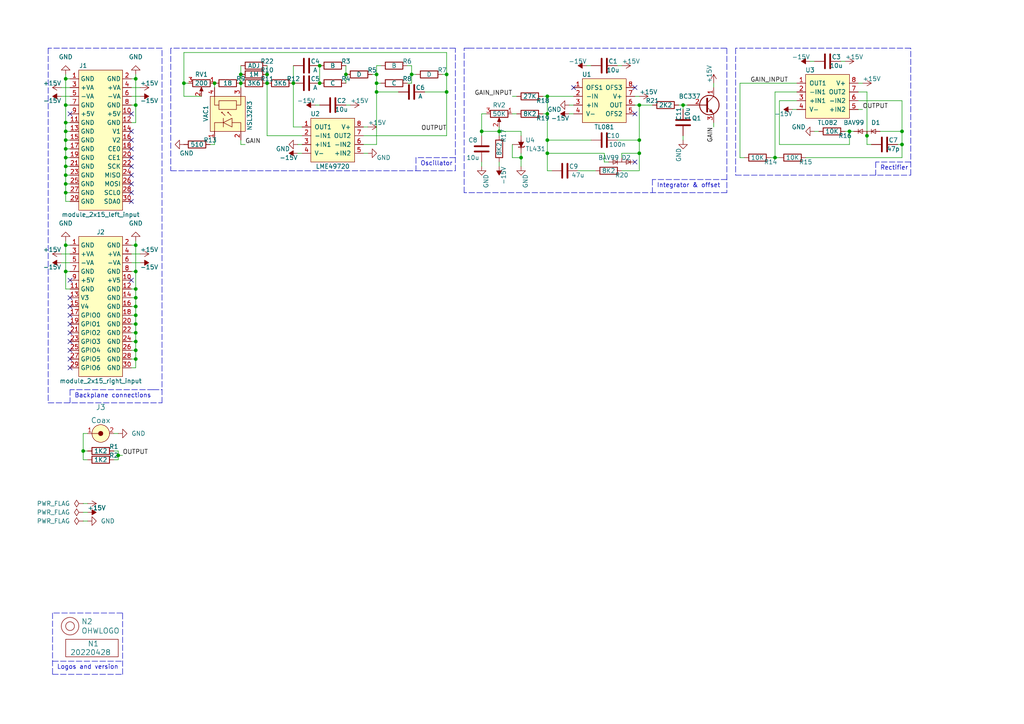
<source format=kicad_sch>
(kicad_sch (version 20211123) (generator eeschema)
  (paper "A4")
  (lib_symbols
    (symbol "Device:C" (pin_numbers hide) (pin_names (offset 0.254))
      (property "Reference" "C" (at 0.635 2.54 0))
      (property "Value" "C" (at 0.635 -2.54 0))
      (symbol "C_0_1"
        (polyline (pts (xy -2.032 -0.762) (xy 2.032 -0.762)) (stroke (width 0.508)))
        (polyline (pts (xy -2.032 0.762) (xy 2.032 0.762)) (stroke (width 0.508)))
      )
      (symbol "C_1_1"
        (pin passive line (at 0 3.81 270) (length 2.794) (name "~") (number "1"))
        (pin passive line (at 0 -3.81 90) (length 2.794) (name "~") (number "2"))
      )
    )
    (symbol "Device:Q_NPN_CBE" (pin_names (offset 0) hide)
      (property "Reference" "Q" (at 5.08 1.27 0))
      (property "Value" "Q_NPN_CBE" (at 5.08 -1.27 0))
      (symbol "Q_NPN_CBE_0_1"
        (polyline (pts (xy 0.635 0.635) (xy 2.54 2.54)))
        (polyline (pts (xy 0.635 -0.635) (xy 2.54 -2.54) (xy 2.54 -2.54)))
        (polyline (pts (xy 0.635 1.905) (xy 0.635 -1.905) (xy 0.635 -1.905)) (stroke (width 0.508)))
        (polyline (pts (xy 1.27 -1.778) (xy 1.778 -1.27) (xy 2.286 -2.286) (xy 1.27 -1.778) (xy 1.27 -1.778)) (fill (type outline)))
        (circle (center 1.27 0) (radius 2.8194) (stroke (width 0.254)))
      )
      (symbol "Q_NPN_CBE_1_1"
        (pin passive line (at 2.54 5.08 270) (length 2.54) (name "C") (number "1"))
        (pin input line (at -5.08 0 0) (length 5.715) (name "B") (number "2"))
        (pin passive line (at 2.54 -5.08 90) (length 2.54) (name "E") (number "3"))
      )
    )
    (symbol "Device:R" (pin_numbers hide) (pin_names (offset 0))
      (property "Reference" "R" (at 2.032 0 90))
      (property "Value" "R" (at 0 0 90))
      (symbol "R_0_1"
        (rectangle (start -1.016 -2.54) (end 1.016 2.54) (stroke (width 0.254)))
      )
      (symbol "R_1_1"
        (pin passive line (at 0 3.81 270) (length 1.27) (name "~") (number "1"))
        (pin passive line (at 0 -3.81 90) (length 1.27) (name "~") (number "2"))
      )
    )
    (symbol "Device:R_Potentiometer" (pin_names (offset 1.016) hide)
      (property "Reference" "RV" (at -4.445 0 90))
      (property "Value" "R_Potentiometer" (at -2.54 0 90))
      (symbol "R_Potentiometer_0_1"
        (polyline (pts (xy 2.54 0) (xy 1.524 0)))
        (polyline (pts (xy 1.143 0) (xy 2.286 0.508) (xy 2.286 -0.508) (xy 1.143 0)) (fill (type outline)))
        (rectangle (start 1.016 2.54) (end -1.016 -2.54) (stroke (width 0.254)))
      )
      (symbol "R_Potentiometer_1_1"
        (pin passive line (at 0 3.81 270) (length 1.27) (name "1") (number "1"))
        (pin passive line (at 3.81 0 180) (length 1.27) (name "2") (number "2"))
        (pin passive line (at 0 -3.81 90) (length 1.27) (name "3") (number "3"))
      )
    )
    (symbol "Reference_Voltage:TL431LP" (pin_numbers hide) (pin_names hide)
      (property "Reference" "U" (at -2.54 2.54 0))
      (property "Value" "TL431LP" (at 0 -2.54 0))
      (symbol "TL431LP_0_1"
        (polyline (pts (xy -1.27 0) (xy 0 0) (xy 1.27 0)))
        (polyline (pts (xy -0.762 0.762) (xy 0.762 0) (xy -0.762 -0.762)) (fill (type outline)))
        (polyline (pts (xy 0.508 -1.016) (xy 0.762 -0.762) (xy 0.762 0.762) (xy 0.762 0.762)) (stroke (width 0.254)))
      )
      (symbol "TL431LP_1_1"
        (pin passive line (at 0 2.54 270) (length 2.54) (name "REF") (number "1"))
        (pin passive line (at -2.54 0 0) (length 2.54) (name "A") (number "2"))
        (pin passive line (at 2.54 0 180) (length 2.54) (name "K") (number "3"))
      )
    )
    (symbol "SquantorConnectors:Coax" (pin_names (offset 1.016))
      (property "Reference" "J" (at 0 3.81 0))
      (property "Value" "Coax" (at 0 -3.81 0))
      (symbol "Coax_0_1"
        (polyline (pts (xy -2.54 0) (xy 0 0)))
        (circle (center 0 0) (radius 0.635) (fill (type outline)))
        (circle (center 0 0) (radius 2.54) (fill (type background)))
      )
      (symbol "Coax_1_1"
        (pin passive line (at -3.81 0 0) (length 1.27) (name "~") (number "1"))
        (pin passive line (at 3.81 0 180) (length 1.27) (name "~") (number "2"))
      )
    )
    (symbol "SquantorConnectorsNamed:module_2x15_left_input"
      (property "Reference" "J" (at 0 21.59 0))
      (property "Value" "module_2x15_left_input" (at 0 -21.59 0))
      (symbol "module_2x15_left_input_0_1"
        (rectangle (start -6.35 20.32) (end 6.35 -20.32) (fill (type background)))
      )
      (symbol "module_2x15_left_input_1_1"
        (pin power_in line (at -8.89 17.78 0) (length 2.54) (name "GND") (number "1"))
        (pin power_in line (at 8.89 7.62 180) (length 2.54) (name "+5V") (number "10"))
        (pin power_in line (at -8.89 5.08 0) (length 2.54) (name "GND") (number "11"))
        (pin power_in line (at 8.89 5.08 180) (length 2.54) (name "GND") (number "12"))
        (pin power_in line (at -8.89 2.54 0) (length 2.54) (name "GND") (number "13"))
        (pin power_in line (at 8.89 2.54 180) (length 2.54) (name "V1") (number "14"))
        (pin power_in line (at -8.89 0 0) (length 2.54) (name "GND") (number "15"))
        (pin power_in line (at 8.89 0 180) (length 2.54) (name "V2") (number "16"))
        (pin power_in line (at -8.89 -2.54 0) (length 2.54) (name "GND") (number "17"))
        (pin input line (at 8.89 -2.54 180) (length 2.54) (name "CE0") (number "18"))
        (pin power_in line (at -8.89 -5.08 0) (length 2.54) (name "GND") (number "19"))
        (pin power_in line (at 8.89 17.78 180) (length 2.54) (name "GND") (number "2"))
        (pin input line (at 8.89 -5.08 180) (length 2.54) (name "CE1") (number "20"))
        (pin power_in line (at -8.89 -7.62 0) (length 2.54) (name "GND") (number "21"))
        (pin input line (at 8.89 -7.62 180) (length 2.54) (name "SCK") (number "22"))
        (pin power_in line (at -8.89 -10.16 0) (length 2.54) (name "GND") (number "23"))
        (pin bidirectional line (at 8.89 -10.16 180) (length 2.54) (name "MISO") (number "24"))
        (pin power_in line (at -8.89 -12.7 0) (length 2.54) (name "GND") (number "25"))
        (pin input line (at 8.89 -12.7 180) (length 2.54) (name "MOSI") (number "26"))
        (pin power_in line (at -8.89 -15.24 0) (length 2.54) (name "GND") (number "27"))
        (pin bidirectional line (at 8.89 -15.24 180) (length 2.54) (name "SCL0") (number "28"))
        (pin power_in line (at -8.89 -17.78 0) (length 2.54) (name "GND") (number "29"))
        (pin power_in line (at -8.89 15.24 0) (length 2.54) (name "+VA") (number "3"))
        (pin bidirectional line (at 8.89 -17.78 180) (length 2.54) (name "SDA0") (number "30"))
        (pin power_in line (at 8.89 15.24 180) (length 2.54) (name "+VA") (number "4"))
        (pin power_in line (at -8.89 12.7 0) (length 2.54) (name "-VA") (number "5"))
        (pin power_in line (at 8.89 12.7 180) (length 2.54) (name "-VA") (number "6"))
        (pin power_in line (at -8.89 10.16 0) (length 2.54) (name "GND") (number "7"))
        (pin power_in line (at 8.89 10.16 180) (length 2.54) (name "GND") (number "8"))
        (pin power_in line (at -8.89 7.62 0) (length 2.54) (name "+5V") (number "9"))
      )
    )
    (symbol "SquantorConnectorsNamed:module_2x15_right_input"
      (property "Reference" "J" (at 0 19.05 0))
      (property "Value" "module_2x15_right_input" (at 0 -24.13 0))
      (symbol "module_2x15_right_input_0_1"
        (rectangle (start -6.35 17.78) (end 6.35 -22.86) (fill (type background)))
      )
      (symbol "module_2x15_right_input_1_1"
        (pin power_in line (at -8.89 15.24 0) (length 2.54) (name "GND") (number "1"))
        (pin power_in line (at 8.89 5.08 180) (length 2.54) (name "+V5") (number "10"))
        (pin power_in line (at -8.89 2.54 0) (length 2.54) (name "GND") (number "11"))
        (pin power_in line (at 8.89 2.54 180) (length 2.54) (name "GND") (number "12"))
        (pin power_in line (at -8.89 0 0) (length 2.54) (name "V3") (number "13"))
        (pin power_in line (at 8.89 0 180) (length 2.54) (name "GND") (number "14"))
        (pin power_in line (at -8.89 -2.54 0) (length 2.54) (name "V4") (number "15"))
        (pin power_in line (at 8.89 -2.54 180) (length 2.54) (name "GND") (number "16"))
        (pin bidirectional line (at -8.89 -5.08 0) (length 2.54) (name "GPIO0") (number "17"))
        (pin power_in line (at 8.89 -5.08 180) (length 2.54) (name "GND") (number "18"))
        (pin bidirectional line (at -8.89 -7.62 0) (length 2.54) (name "GPIO1") (number "19"))
        (pin power_in line (at 8.89 15.24 180) (length 2.54) (name "GND") (number "2"))
        (pin power_in line (at 8.89 -7.62 180) (length 2.54) (name "GND") (number "20"))
        (pin bidirectional line (at -8.89 -10.16 0) (length 2.54) (name "GPIO2") (number "21"))
        (pin power_in line (at 8.89 -10.16 180) (length 2.54) (name "GND") (number "22"))
        (pin bidirectional line (at -8.89 -12.7 0) (length 2.54) (name "GPIO3") (number "23"))
        (pin power_in line (at 8.89 -12.7 180) (length 2.54) (name "GND") (number "24"))
        (pin bidirectional line (at -8.89 -15.24 0) (length 2.54) (name "GPIO4") (number "25"))
        (pin power_in line (at 8.89 -15.24 180) (length 2.54) (name "GND") (number "26"))
        (pin bidirectional line (at -8.89 -17.78 0) (length 2.54) (name "GPIO5") (number "27"))
        (pin power_in line (at 8.89 -17.78 180) (length 2.54) (name "GND") (number "28"))
        (pin bidirectional line (at -8.89 -20.32 0) (length 2.54) (name "GPIO6") (number "29"))
        (pin power_in line (at -8.89 12.7 0) (length 2.54) (name "+VA") (number "3"))
        (pin power_in line (at 8.89 -20.32 180) (length 2.54) (name "GND") (number "30"))
        (pin power_in line (at 8.89 12.7 180) (length 2.54) (name "+VA") (number "4"))
        (pin power_in line (at -8.89 10.16 0) (length 2.54) (name "-VA") (number "5"))
        (pin power_in line (at 8.89 10.16 180) (length 2.54) (name "-VA") (number "6"))
        (pin power_in line (at -8.89 7.62 0) (length 2.54) (name "GND") (number "7"))
        (pin power_in line (at 8.89 7.62 180) (length 2.54) (name "GND") (number "8"))
        (pin power_in line (at -8.89 5.08 0) (length 2.54) (name "+5V") (number "9"))
      )
    )
    (symbol "SquantorDevice:D_series_ASK" (pin_numbers hide) (pin_names hide)
      (property "Reference" "D" (at 0 2.54 0))
      (property "Value" "D_series_ASK" (at 0 -3.175 0))
      (symbol "D_series_ASK_0_1"
        (polyline (pts (xy -1.27 0.635) (xy -1.27 -0.635)))
        (polyline (pts (xy 2.54 0.635) (xy 2.54 -0.635)))
        (polyline (pts (xy -2.54 0) (xy 0 0) (xy 2.54 0)))
        (polyline (pts (xy -1.27 0) (xy -2.54 0.635) (xy -2.54 -0.635) (xy -1.27 0)))
        (polyline (pts (xy 2.54 0) (xy 1.27 0.635) (xy 1.27 -0.635) (xy 2.54 0)))
      )
      (symbol "D_series_ASK_1_1"
        (pin passive line (at -3.81 0 0) (length 1.27) (name "A1") (number "1"))
        (pin passive line (at 3.81 0 180) (length 1.27) (name "K2") (number "2"))
        (pin passive line (at 0 -1.27 90) (length 1.27) (name "K1A2") (number "3"))
      )
    )
    (symbol "SquantorDevice:Vactrol" (pin_names hide)
      (property "Reference" "VAC" (at 0 8.89 0))
      (property "Value" "Vactrol" (at 0 -8.89 0))
      (symbol "Vactrol_0_1"
        (rectangle (start -5.08 5.08) (end 5.08 -5.08) (fill (type background)))
        (polyline (pts (xy -3.81 1.27) (xy -1.27 1.27)))
        (polyline (pts (xy -5.08 -3.81) (xy -2.54 -3.81) (xy -2.54 -1.27)))
        (polyline (pts (xy -5.08 3.81) (xy -2.54 3.81) (xy -2.54 1.27)))
        (polyline (pts (xy 5.08 -3.81) (xy 2.54 -3.81) (xy 2.54 -2.54)))
        (polyline (pts (xy 5.08 3.81) (xy 2.54 3.81) (xy 2.54 2.54)))
        (polyline (pts (xy -2.54 1.27) (xy -3.81 -1.27) (xy -1.27 -1.27) (xy -2.54 1.27)))
        (polyline (pts (xy -0.508 -1.016) (xy 0.508 0) (xy 0.508 -0.254) (xy 0.254 0) (xy 0.508 0)))
        (polyline (pts (xy -0.508 0.762) (xy 0.508 1.778) (xy 0.508 1.524) (xy 0.254 1.778) (xy 0.508 1.778)))
        (polyline (pts (xy 1.27 2.54) (xy 3.81 2.54) (xy 3.81 -2.54) (xy 1.27 -2.54) (xy 1.27 2.54)))
      )
      (symbol "Vactrol_1_1"
        (pin passive line (at -7.62 3.81 0) (length 2.54) (name "C") (number "1"))
        (pin passive line (at -7.62 -3.81 0) (length 2.54) (name "A") (number "2"))
        (pin passive line (at 7.62 -3.81 180) (length 2.54) (name "R") (number "3"))
        (pin passive line (at 7.62 3.81 180) (length 2.54) (name "R") (number "4"))
      )
    )
    (symbol "SquantorGenericAnalog:opamp_dual_8pin" (pin_names (offset 1.016))
      (property "Reference" "U" (at 0 7.62 0))
      (property "Value" "opamp_dual_8pin" (at 0 -7.62 0))
      (symbol "opamp_dual_8pin_0_1"
        (rectangle (start -6.35 6.35) (end 6.35 -6.35) (fill (type background)))
      )
      (symbol "opamp_dual_8pin_1_1"
        (pin output line (at -8.89 3.81 0) (length 2.54) (name "OUT1") (number "1"))
        (pin input line (at -8.89 1.27 0) (length 2.54) (name "-IN1") (number "2"))
        (pin input line (at -8.89 -1.27 0) (length 2.54) (name "+IN1") (number "3"))
        (pin power_in line (at -8.89 -3.81 0) (length 2.54) (name "V-") (number "4"))
        (pin input line (at 8.89 -3.81 180) (length 2.54) (name "+IN2") (number "5"))
        (pin input line (at 8.89 -1.27 180) (length 2.54) (name "-IN2") (number "6"))
        (pin output line (at 8.89 1.27 180) (length 2.54) (name "OUT2") (number "7"))
        (pin power_in line (at 8.89 3.81 180) (length 2.54) (name "V+") (number "8"))
      )
    )
    (symbol "SquantorGenericAnalog:opamp_single_8pin" (pin_names (offset 1.016))
      (property "Reference" "U" (at 0 7.62 0))
      (property "Value" "opamp_single_8pin" (at 0 -7.62 0))
      (symbol "opamp_single_8pin_0_1"
        (rectangle (start -6.35 6.35) (end 6.35 -6.35) (fill (type background)))
      )
      (symbol "opamp_single_8pin_1_1"
        (pin input line (at -8.89 3.81 0) (length 2.54) (name "OFS1") (number "1"))
        (pin input line (at -8.89 1.27 0) (length 2.54) (name "-IN") (number "2"))
        (pin input line (at -8.89 -1.27 0) (length 2.54) (name "+IN") (number "3"))
        (pin power_in line (at -8.89 -3.81 0) (length 2.54) (name "V-") (number "4"))
        (pin input line (at 8.89 -3.81 180) (length 2.54) (name "OFS2") (number "5"))
        (pin output line (at 8.89 -1.27 180) (length 2.54) (name "OUT") (number "6"))
        (pin power_in line (at 8.89 1.27 180) (length 2.54) (name "V+") (number "7"))
        (pin input line (at 8.89 3.81 180) (length 2.54) (name "OFS3") (number "8"))
      )
    )
    (symbol "SquantorLabels:OHWLOGO" (pin_names (offset 1.016))
      (property "Reference" "N" (at 0 3.81 0))
      (property "Value" "OHWLOGO" (at 0 -3.81 0))
      (symbol "OHWLOGO_0_1"
        (circle (center 0 0) (radius 1.27))
        (circle (center 0 0) (radius 2.54))
      )
    )
    (symbol "SquantorLabels:VYYYYMMDD" (pin_names (offset 1.016))
      (property "Reference" "N" (at 0 2.54 0))
      (property "Value" "VYYYYMMDD" (at 0 0 0))
      (symbol "VYYYYMMDD_0_1"
        (rectangle (start 7.62 -1.27) (end -7.62 3.81))
      )
    )
    (symbol "power:+15V" (power) (pin_names (offset 0))
      (property "Value" "+15V" (at 0 3.556 0))
      (symbol "+15V_0_1"
        (polyline (pts (xy -0.762 1.27) (xy 0 2.54)))
        (polyline (pts (xy 0 0) (xy 0 2.54)))
        (polyline (pts (xy 0 2.54) (xy 0.762 1.27)))
      )
      (symbol "+15V_1_1"
        (pin power_in line (at 0 0 90) (length 0) hide (name "+15V") (number "1"))
      )
    )
    (symbol "power:-15V" (power) (pin_names (offset 0))
      (property "Value" "-15V" (at 0 3.81 0))
      (symbol "-15V_0_0"
        (pin power_in line (at 0 0 90) (length 0) hide (name "-15V") (number "1"))
      )
      (symbol "-15V_0_1"
        (polyline (pts (xy 0 0) (xy 0 1.27) (xy 0.762 1.27) (xy 0 2.54) (xy -0.762 1.27) (xy 0 1.27)) (fill (type outline)))
      )
    )
    (symbol "power:GND" (power) (pin_names (offset 0))
      (property "Value" "GND" (at 0 -3.81 0))
      (symbol "GND_0_1"
        (polyline (pts (xy 0 0) (xy 0 -1.27) (xy 1.27 -1.27) (xy 0 -2.54) (xy -1.27 -1.27) (xy 0 -1.27)))
      )
      (symbol "GND_1_1"
        (pin power_in line (at 0 0 270) (length 0) hide (name "GND") (number "1"))
      )
    )
    (symbol "power:PWR_FLAG" (power) (pin_numbers hide) (pin_names (offset 0) hide)
      (property "Value" "PWR_FLAG" (at 0 3.81 0))
      (symbol "PWR_FLAG_0_0"
        (pin power_out line (at 0 0 90) (length 0) (name "pwr") (number "1"))
      )
      (symbol "PWR_FLAG_0_1"
        (polyline (pts (xy 0 0) (xy 0 1.27) (xy -1.016 1.905) (xy 0 2.54) (xy 1.016 1.905) (xy 0 1.27)))
      )
    )
  )
  (junction (at 19.05 71.12))
  (junction (at 19.05 38.1))
  (junction (at 261.62 41.91))
  (junction (at 53.34 24.13))
  (junction (at 77.47 21.59))
  (junction (at 39.37 101.6))
  (junction (at 69.85 21.59))
  (junction (at 92.71 24.13))
  (junction (at 129.54 26.67))
  (junction (at 19.05 48.26))
  (junction (at 19.05 55.88))
  (junction (at 158.75 44.45))
  (junction (at 158.75 27.94))
  (junction (at 39.37 91.44))
  (junction (at 39.37 22.86))
  (junction (at 246.38 38.1))
  (junction (at 19.05 35.56))
  (junction (at 39.37 88.9))
  (junction (at 139.7 38.1))
  (junction (at 261.62 38.1))
  (junction (at 158.75 40.64))
  (junction (at 129.54 21.59))
  (junction (at 19.05 40.64))
  (junction (at 39.37 104.14))
  (junction (at 85.09 24.13))
  (junction (at 24.13 130.81))
  (junction (at 19.05 53.34))
  (junction (at 69.85 24.13))
  (junction (at 109.22 26.67))
  (junction (at 19.05 78.74))
  (junction (at 119.38 21.59))
  (junction (at 39.37 96.52))
  (junction (at 39.37 86.36))
  (junction (at 151.13 45.72))
  (junction (at 198.12 30.48))
  (junction (at 185.42 44.45))
  (junction (at 224.79 45.72))
  (junction (at 109.22 21.59))
  (junction (at 77.47 24.13))
  (junction (at 158.75 33.02))
  (junction (at 144.78 38.1))
  (junction (at 19.05 50.8))
  (junction (at 251.46 39.37))
  (junction (at 39.37 30.48))
  (junction (at 185.42 40.64))
  (junction (at 92.71 19.05))
  (junction (at 19.05 43.18))
  (junction (at 185.42 30.48))
  (junction (at 19.05 30.48))
  (junction (at 19.05 45.72))
  (junction (at 39.37 71.12))
  (junction (at 109.22 24.13))
  (junction (at 39.37 99.06))
  (junction (at 19.05 22.86))
  (junction (at 39.37 93.98))
  (junction (at 34.29 132.08))
  (junction (at 62.23 24.13))
  (junction (at 39.37 78.74))
  (junction (at 100.33 21.59))
  (junction (at 39.37 83.82))
  (no_connect (at 184.15 33.02))
  (no_connect (at 184.15 25.4))
  (no_connect (at 20.32 104.14))
  (no_connect (at 38.1 40.64))
  (no_connect (at 38.1 33.02))
  (no_connect (at 166.37 25.4))
  (no_connect (at 20.32 81.28))
  (no_connect (at 38.1 48.26))
  (no_connect (at 20.32 96.52))
  (no_connect (at 38.1 58.42))
  (no_connect (at 38.1 38.1))
  (no_connect (at 20.32 93.98))
  (no_connect (at 38.1 50.8))
  (no_connect (at 20.32 86.36))
  (no_connect (at 20.32 88.9))
  (no_connect (at 38.1 45.72))
  (no_connect (at 184.15 46.99))
  (no_connect (at 20.32 91.44))
  (no_connect (at 38.1 53.34))
  (no_connect (at 20.32 33.02))
  (no_connect (at 38.1 81.28))
  (no_connect (at 20.32 99.06))
  (no_connect (at 20.32 101.6))
  (no_connect (at 20.32 106.68))
  (no_connect (at 38.1 55.88))
  (no_connect (at 38.1 43.18))
  (wire (pts (xy 245.11 38.1) (xy 246.38 38.1)))
  (polyline (pts (xy 20.32 113.03) (xy 20.32 116.84)))
  (wire (pts (xy 246.38 38.1) (xy 247.65 38.1)))
  (wire (pts (xy 19.05 53.34) (xy 19.05 55.88)))
  (wire (pts (xy 53.34 15.24) (xy 53.34 24.13)))
  (polyline (pts (xy 210.82 55.88) (xy 134.62 55.88)))
  (wire (pts (xy 19.05 35.56) (xy 19.05 38.1)))
  (wire (pts (xy 19.05 45.72) (xy 20.32 45.72)))
  (wire (pts (xy 19.05 30.48) (xy 20.32 30.48)))
  (wire (pts (xy 100.33 21.59) (xy 100.33 24.13)))
  (wire (pts (xy 110.49 19.05) (xy 109.22 19.05)))
  (wire (pts (xy 185.42 40.64) (xy 179.07 40.64)))
  (wire (pts (xy 17.78 73.66) (xy 20.32 73.66)))
  (wire (pts (xy 85.09 36.83) (xy 85.09 24.13)))
  (wire (pts (xy 158.75 33.02) (xy 158.75 40.64)))
  (wire (pts (xy 19.05 43.18) (xy 20.32 43.18)))
  (wire (pts (xy 234.95 17.78) (xy 236.22 17.78)))
  (wire (pts (xy 226.06 29.21) (xy 231.14 29.21)))
  (wire (pts (xy 87.63 39.37) (xy 77.47 39.37)))
  (wire (pts (xy 170.18 19.05) (xy 171.45 19.05)))
  (wire (pts (xy 19.05 55.88) (xy 20.32 55.88)))
  (wire (pts (xy 19.05 22.86) (xy 19.05 30.48)))
  (wire (pts (xy 229.87 31.75) (xy 231.14 31.75)))
  (wire (pts (xy 255.27 38.1) (xy 261.62 38.1)))
  (wire (pts (xy 139.7 33.02) (xy 139.7 38.1)))
  (wire (pts (xy 87.63 36.83) (xy 85.09 36.83)))
  (polyline (pts (xy 132.08 49.53) (xy 132.08 13.97)))
  (wire (pts (xy 77.47 39.37) (xy 77.47 24.13)))
  (wire (pts (xy 151.13 39.37) (xy 151.13 38.1)))
  (wire (pts (xy 69.85 41.91) (xy 71.12 41.91)))
  (wire (pts (xy 167.64 49.53) (xy 172.72 49.53)))
  (wire (pts (xy 53.34 27.94) (xy 53.34 24.13)))
  (wire (pts (xy 77.47 21.59) (xy 77.47 24.13)))
  (wire (pts (xy 39.37 71.12) (xy 39.37 69.85)))
  (wire (pts (xy 19.05 45.72) (xy 19.05 48.26)))
  (wire (pts (xy 39.37 88.9) (xy 39.37 86.36)))
  (wire (pts (xy 105.41 36.83) (xy 106.68 36.83)))
  (wire (pts (xy 248.92 24.13) (xy 250.19 24.13)))
  (wire (pts (xy 34.29 132.08) (xy 34.29 133.35)))
  (wire (pts (xy 62.23 24.13) (xy 62.23 25.4)))
  (polyline (pts (xy 15.24 177.8) (xy 15.24 195.58)))
  (wire (pts (xy 38.1 27.94) (xy 40.64 27.94)))
  (wire (pts (xy 140.97 33.02) (xy 139.7 33.02)))
  (wire (pts (xy 236.22 38.1) (xy 237.49 38.1)))
  (polyline (pts (xy 35.56 177.8) (xy 15.24 177.8)))
  (wire (pts (xy 151.13 45.72) (xy 148.59 45.72)))
  (wire (pts (xy 105.41 44.45) (xy 106.68 44.45)))
  (wire (pts (xy 128.27 21.59) (xy 129.54 21.59)))
  (wire (pts (xy 119.38 21.59) (xy 119.38 24.13)))
  (wire (pts (xy 198.12 30.48) (xy 198.12 31.75)))
  (wire (pts (xy 144.78 46.99) (xy 144.78 48.26)))
  (wire (pts (xy 19.05 21.59) (xy 19.05 22.86)))
  (polyline (pts (xy 49.53 13.97) (xy 49.53 49.53)))
  (wire (pts (xy 184.15 30.48) (xy 185.42 30.48)))
  (wire (pts (xy 39.37 91.44) (xy 39.37 88.9)))
  (wire (pts (xy 231.14 24.13) (xy 214.63 24.13)))
  (wire (pts (xy 144.78 38.1) (xy 151.13 38.1)))
  (wire (pts (xy 180.34 44.45) (xy 180.34 45.72)))
  (wire (pts (xy 248.92 31.75) (xy 250.19 31.75)))
  (wire (pts (xy 231.14 26.67) (xy 224.79 26.67)))
  (wire (pts (xy 85.09 24.13) (xy 85.09 19.05)))
  (wire (pts (xy 165.1 33.02) (xy 166.37 33.02)))
  (wire (pts (xy 148.59 33.02) (xy 149.86 33.02)))
  (wire (pts (xy 214.63 45.72) (xy 215.9 45.72)))
  (wire (pts (xy 176.53 46.99) (xy 175.26 46.99)))
  (wire (pts (xy 33.02 133.35) (xy 34.29 133.35)))
  (polyline (pts (xy 264.16 13.97) (xy 213.36 13.97)))
  (wire (pts (xy 100.33 19.05) (xy 100.33 21.59)))
  (polyline (pts (xy 46.99 116.84) (xy 46.99 13.97)))
  (wire (pts (xy 105.41 39.37) (xy 129.54 39.37)))
  (wire (pts (xy 69.85 24.13) (xy 69.85 25.4)))
  (polyline (pts (xy 264.16 46.99) (xy 254 46.99)))
  (wire (pts (xy 19.05 38.1) (xy 19.05 40.64)))
  (wire (pts (xy 92.71 24.13) (xy 92.71 19.05)))
  (wire (pts (xy 199.39 30.48) (xy 198.12 30.48)))
  (wire (pts (xy 123.19 26.67) (xy 129.54 26.67)))
  (wire (pts (xy 151.13 44.45) (xy 151.13 45.72)))
  (wire (pts (xy 17.78 27.94) (xy 20.32 27.94)))
  (wire (pts (xy 39.37 22.86) (xy 38.1 22.86)))
  (wire (pts (xy 185.42 40.64) (xy 185.42 44.45)))
  (wire (pts (xy 91.44 30.48) (xy 92.71 30.48)))
  (polyline (pts (xy 132.08 13.97) (xy 49.53 13.97)))
  (wire (pts (xy 19.05 50.8) (xy 19.05 53.34)))
  (wire (pts (xy 53.34 24.13) (xy 54.61 24.13)))
  (wire (pts (xy 243.84 17.78) (xy 245.11 17.78)))
  (wire (pts (xy 39.37 35.56) (xy 38.1 35.56)))
  (wire (pts (xy 58.42 27.94) (xy 53.34 27.94)))
  (wire (pts (xy 158.75 44.45) (xy 158.75 40.64)))
  (wire (pts (xy 39.37 106.68) (xy 39.37 104.14)))
  (wire (pts (xy 158.75 27.94) (xy 158.75 33.02)))
  (wire (pts (xy 158.75 49.53) (xy 158.75 44.45)))
  (wire (pts (xy 34.29 132.08) (xy 34.29 130.81)))
  (wire (pts (xy 151.13 45.72) (xy 151.13 48.26)))
  (wire (pts (xy 17.78 76.2) (xy 20.32 76.2)))
  (polyline (pts (xy 210.82 52.07) (xy 189.23 52.07)))
  (polyline (pts (xy 135.89 13.97) (xy 210.82 13.97)))
  (wire (pts (xy 129.54 26.67) (xy 129.54 21.59)))
  (wire (pts (xy 109.22 21.59) (xy 109.22 24.13)))
  (wire (pts (xy 224.79 26.67) (xy 224.79 45.72)))
  (wire (pts (xy 62.23 40.64) (xy 62.23 41.91)))
  (wire (pts (xy 119.38 21.59) (xy 120.65 21.59)))
  (wire (pts (xy 185.42 49.53) (xy 180.34 49.53)))
  (polyline (pts (xy 13.97 116.84) (xy 46.99 116.84)))
  (wire (pts (xy 157.48 33.02) (xy 158.75 33.02)))
  (wire (pts (xy 19.05 43.18) (xy 19.05 45.72)))
  (polyline (pts (xy 120.65 45.72) (xy 120.65 49.53)))
  (wire (pts (xy 261.62 41.91) (xy 261.62 45.72)))
  (wire (pts (xy 24.13 151.13) (xy 25.4 151.13)))
  (wire (pts (xy 185.42 30.48) (xy 189.23 30.48)))
  (wire (pts (xy 39.37 30.48) (xy 39.37 35.56)))
  (wire (pts (xy 19.05 38.1) (xy 20.32 38.1)))
  (wire (pts (xy 109.22 19.05) (xy 109.22 21.59)))
  (wire (pts (xy 24.13 133.35) (xy 25.4 133.35)))
  (wire (pts (xy 38.1 106.68) (xy 39.37 106.68)))
  (wire (pts (xy 19.05 58.42) (xy 20.32 58.42)))
  (wire (pts (xy 38.1 104.14) (xy 39.37 104.14)))
  (wire (pts (xy 19.05 71.12) (xy 19.05 69.85)))
  (wire (pts (xy 38.1 86.36) (xy 39.37 86.36)))
  (wire (pts (xy 38.1 73.66) (xy 40.64 73.66)))
  (wire (pts (xy 248.92 29.21) (xy 261.62 29.21)))
  (wire (pts (xy 119.38 19.05) (xy 119.38 21.59)))
  (wire (pts (xy 39.37 21.59) (xy 39.37 22.86)))
  (wire (pts (xy 19.05 48.26) (xy 19.05 50.8)))
  (wire (pts (xy 148.59 45.72) (xy 148.59 41.91)))
  (wire (pts (xy 19.05 35.56) (xy 20.32 35.56)))
  (wire (pts (xy 19.05 48.26) (xy 20.32 48.26)))
  (wire (pts (xy 165.1 30.48) (xy 166.37 30.48)))
  (polyline (pts (xy 44.45 113.03) (xy 46.99 113.03)))
  (wire (pts (xy 62.23 41.91) (xy 60.96 41.91)))
  (wire (pts (xy 144.78 38.1) (xy 144.78 39.37)))
  (wire (pts (xy 19.05 50.8) (xy 20.32 50.8)))
  (wire (pts (xy 109.22 41.91) (xy 105.41 41.91)))
  (wire (pts (xy 118.11 24.13) (xy 119.38 24.13)))
  (wire (pts (xy 19.05 30.48) (xy 19.05 35.56)))
  (wire (pts (xy 251.46 26.67) (xy 251.46 39.37)))
  (polyline (pts (xy 134.62 55.88) (xy 134.62 13.97)))
  (wire (pts (xy 24.13 125.73) (xy 24.13 130.81)))
  (wire (pts (xy 246.38 38.1) (xy 246.38 41.91)))
  (wire (pts (xy 39.37 101.6) (xy 39.37 99.06)))
  (wire (pts (xy 261.62 29.21) (xy 261.62 38.1)))
  (wire (pts (xy 129.54 39.37) (xy 129.54 26.67)))
  (wire (pts (xy 17.78 25.4) (xy 20.32 25.4)))
  (polyline (pts (xy 189.23 52.07) (xy 189.23 55.88)))
  (polyline (pts (xy 44.45 113.03) (xy 20.32 113.03)))
  (wire (pts (xy 38.1 83.82) (xy 39.37 83.82)))
  (wire (pts (xy 35.56 132.08) (xy 34.29 132.08)))
  (wire (pts (xy 19.05 53.34) (xy 20.32 53.34)))
  (wire (pts (xy 39.37 78.74) (xy 39.37 71.12)))
  (wire (pts (xy 185.42 30.48) (xy 185.42 40.64)))
  (wire (pts (xy 184.15 27.94) (xy 185.42 27.94)))
  (wire (pts (xy 38.1 96.52) (xy 39.37 96.52)))
  (wire (pts (xy 86.36 44.45) (xy 87.63 44.45)))
  (wire (pts (xy 198.12 39.37) (xy 198.12 40.64)))
  (wire (pts (xy 214.63 24.13) (xy 214.63 45.72)))
  (wire (pts (xy 19.05 40.64) (xy 19.05 43.18)))
  (wire (pts (xy 69.85 40.64) (xy 69.85 41.91)))
  (wire (pts (xy 109.22 24.13) (xy 110.49 24.13)))
  (wire (pts (xy 39.37 30.48) (xy 38.1 30.48)))
  (wire (pts (xy 185.42 44.45) (xy 180.34 44.45)))
  (wire (pts (xy 207.01 24.13) (xy 207.01 25.4)))
  (wire (pts (xy 223.52 45.72) (xy 224.79 45.72)))
  (wire (pts (xy 109.22 26.67) (xy 109.22 41.91)))
  (wire (pts (xy 158.75 27.94) (xy 166.37 27.94)))
  (wire (pts (xy 24.13 148.59) (xy 25.4 148.59)))
  (wire (pts (xy 139.7 38.1) (xy 139.7 39.37)))
  (wire (pts (xy 100.33 30.48) (xy 101.6 30.48)))
  (wire (pts (xy 39.37 99.06) (xy 39.37 96.52)))
  (wire (pts (xy 175.26 46.99) (xy 175.26 44.45)))
  (wire (pts (xy 224.79 45.72) (xy 226.06 45.72)))
  (wire (pts (xy 24.13 130.81) (xy 25.4 130.81)))
  (polyline (pts (xy 35.56 195.58) (xy 35.56 177.8)))
  (wire (pts (xy 38.1 76.2) (xy 40.64 76.2)))
  (wire (pts (xy 233.68 45.72) (xy 261.62 45.72)))
  (wire (pts (xy 39.37 86.36) (xy 39.37 83.82)))
  (polyline (pts (xy 134.62 13.97) (xy 135.89 13.97)))
  (polyline (pts (xy 15.24 195.58) (xy 35.56 195.58)))
  (wire (pts (xy 251.46 39.37) (xy 251.46 41.91)))
  (wire (pts (xy 39.37 93.98) (xy 39.37 91.44)))
  (wire (pts (xy 38.1 78.74) (xy 39.37 78.74)))
  (polyline (pts (xy 13.97 13.97) (xy 13.97 116.84)))
  (polyline (pts (xy 264.16 50.8) (xy 264.16 13.97)))
  (polyline (pts (xy 213.36 13.97) (xy 213.36 50.8)))
  (wire (pts (xy 251.46 41.91) (xy 252.73 41.91)))
  (wire (pts (xy 160.02 49.53) (xy 158.75 49.53)))
  (wire (pts (xy 248.92 26.67) (xy 251.46 26.67)))
  (wire (pts (xy 109.22 26.67) (xy 109.22 24.13)))
  (wire (pts (xy 38.1 71.12) (xy 39.37 71.12)))
  (wire (pts (xy 34.29 130.81) (xy 33.02 130.81)))
  (wire (pts (xy 198.12 30.48) (xy 196.85 30.48)))
  (wire (pts (xy 39.37 96.52) (xy 39.37 93.98)))
  (wire (pts (xy 24.13 146.05) (xy 25.4 146.05)))
  (wire (pts (xy 86.36 41.91) (xy 87.63 41.91)))
  (wire (pts (xy 129.54 15.24) (xy 53.34 15.24)))
  (wire (pts (xy 144.78 36.83) (xy 144.78 38.1)))
  (wire (pts (xy 39.37 22.86) (xy 39.37 30.48)))
  (wire (pts (xy 175.26 44.45) (xy 158.75 44.45)))
  (wire (pts (xy 39.37 83.82) (xy 39.37 78.74)))
  (polyline (pts (xy 49.53 49.53) (xy 132.08 49.53)))
  (wire (pts (xy 246.38 41.91) (xy 226.06 41.91)))
  (wire (pts (xy 107.95 21.59) (xy 109.22 21.59)))
  (wire (pts (xy 38.1 91.44) (xy 39.37 91.44)))
  (wire (pts (xy 77.47 19.05) (xy 77.47 21.59)))
  (wire (pts (xy 19.05 83.82) (xy 19.05 78.74)))
  (wire (pts (xy 39.37 104.14) (xy 39.37 101.6)))
  (wire (pts (xy 33.02 125.73) (xy 34.29 125.73)))
  (polyline (pts (xy 254 46.99) (xy 254 50.8)))
  (wire (pts (xy 38.1 88.9) (xy 39.37 88.9)))
  (wire (pts (xy 19.05 55.88) (xy 19.05 58.42)))
  (polyline (pts (xy 132.08 45.72) (xy 120.65 45.72)))
  (wire (pts (xy 19.05 78.74) (xy 19.05 71.12)))
  (wire (pts (xy 179.07 19.05) (xy 180.34 19.05)))
  (wire (pts (xy 118.11 19.05) (xy 119.38 19.05)))
  (wire (pts (xy 20.32 78.74) (xy 19.05 78.74)))
  (wire (pts (xy 38.1 101.6) (xy 39.37 101.6)))
  (wire (pts (xy 226.06 41.91) (xy 226.06 29.21)))
  (wire (pts (xy 38.1 93.98) (xy 39.37 93.98)))
  (wire (pts (xy 19.05 22.86) (xy 20.32 22.86)))
  (wire (pts (xy 69.85 21.59) (xy 69.85 24.13)))
  (wire (pts (xy 25.4 125.73) (xy 24.13 125.73)))
  (wire (pts (xy 129.54 21.59) (xy 129.54 15.24)))
  (wire (pts (xy 139.7 46.99) (xy 139.7 48.26)))
  (wire (pts (xy 20.32 83.82) (xy 19.05 83.82)))
  (polyline (pts (xy 210.82 13.97) (xy 210.82 55.88)))
  (polyline (pts (xy 213.36 50.8) (xy 264.16 50.8)))
  (wire (pts (xy 38.1 99.06) (xy 39.37 99.06)))
  (wire (pts (xy 260.35 41.91) (xy 261.62 41.91)))
  (wire (pts (xy 20.32 71.12) (xy 19.05 71.12)))
  (wire (pts (xy 207.01 35.56) (xy 207.01 36.83)))
  (wire (pts (xy 19.05 40.64) (xy 20.32 40.64)))
  (wire (pts (xy 185.42 44.45) (xy 185.42 49.53)))
  (wire (pts (xy 157.48 27.94) (xy 158.75 27.94)))
  (wire (pts (xy 261.62 38.1) (xy 261.62 41.91)))
  (polyline (pts (xy 15.24 191.77) (xy 35.56 191.77)))
  (wire (pts (xy 38.1 25.4) (xy 40.64 25.4)))
  (polyline (pts (xy 46.99 13.97) (xy 13.97 13.97)))
  (wire (pts (xy 171.45 40.64) (xy 158.75 40.64)))
  (wire (pts (xy 115.57 26.67) (xy 109.22 26.67)))
  (wire (pts (xy 24.13 130.81) (xy 24.13 133.35)))
  (wire (pts (xy 148.59 27.94) (xy 149.86 27.94)))
  (wire (pts (xy 139.7 38.1) (xy 144.78 38.1)))
  (wire (pts (xy 69.85 19.05) (xy 69.85 21.59)))
  (text "Backplane connections" (at 21.59 115.57 0) (effects (font (size 1.27 1.27)) (justify left bottom)))
  (text "Oscillator" (at 121.92 48.26 0) (effects (font (size 1.27 1.27)) (justify left bottom)))
  (text "Logos and version" (at 16.51 194.31 0) (effects (font (size 1.27 1.27)) (justify left bottom)))
  (text "Integrator & offset" (at 190.5 54.61 0) (effects (font (size 1.27 1.27)) (justify left bottom)))
  (text "Rectifier" (at 255.27 49.53 0) (effects (font (size 1.27 1.27)) (justify left bottom)))
  (label "GAIN" (at 207.01 36.83 270))
  (label "OUTPUT" (at 250.19 31.75 0))
  (label "OUTPUT" (at 129.54 38.1 180))
  (label "OUTPUT" (at 35.56 132.08 0))
  (label "GAIN_INPUT" (at 228.6 24.13 180))
  (label "GAIN_INPUT" (at 148.59 27.94 180))
  (label "GAIN" (at 71.12 41.91 0))
  (symbol (lib_id "SquantorLabels:VYYYYMMDD") (at 26.67 189.23 0) (unit 1)
    (property "Reference" "N1" (at 25.4 186.69 0) (effects (font (size 1.524 1.524)) (justify left)))
    (property "Value" "20220428" (at 20.32 189.23 0) (effects (font (size 1.524 1.524)) (justify left)))
    (property "Footprint" "SquantorLabels:Label_Generic" (effects hide))
  )
  (symbol (lib_id "SquantorLabels:OHWLOGO") (at 20.32 181.61 0) (unit 1)
    (property "Reference" "N2" (at 23.5712 180.2638 0) (effects (font (size 1.524 1.524)) (justify left)))
    (property "Value" "OHWLOGO" (at 23.5712 182.9562 0) (effects (font (size 1.524 1.524)) (justify left)))
    (property "Footprint" "Symbol:OSHW-Symbol_6.7x6mm_SilkScreen" (effects hide))
  )
  (symbol (lib_id "Device:R") (at 73.66 21.59 90) (unit 1)
    (property "Reference" "R10" (at 77.47 20.32 90))
    (property "Value" "1M" (at 73.66 21.59 90))
    (property "Footprint" "SquantorRcl:R_0805+0603" (effects hide))
  )
  (symbol (lib_id "power:-15V") (at 229.87 31.75 90) (unit 1)
    (property "Reference" "#PWR017" (effects hide))
    (property "Value" "-15V" (at 229.87 33.02 90) (effects (justify left)))
  )
  (symbol (lib_id "Device:R") (at 29.21 133.35 90) (unit 1)
    (property "Reference" "R2" (at 33.02 132.08 90))
    (property "Value" "1K2" (at 29.21 133.35 90))
    (property "Footprint" "SquantorRcl:R_0805+0603" (effects hide))
  )
  (symbol (lib_id "Device:C") (at 163.83 49.53 90) (unit 1)
    (property "Reference" "C9" (at 166.37 48.26 90))
    (property "Value" "47u" (at 167.64 50.8 90))
    (property "Footprint" "SquantorRcl:C-025_050-030X100-film" (effects hide))
  )
  (symbol (lib_id "power:GND") (at 236.22 38.1 270) (unit 1)
    (property "Reference" "#PWR0109" (effects hide))
    (property "Value" "GND" (at 233.68 36.83 90) (effects (justify right)))
  )
  (symbol (lib_id "Device:C") (at 119.38 26.67 90) (unit 1)
    (property "Reference" "C6" (at 121.92 25.4 90))
    (property "Value" "A" (at 121.92 27.94 90))
    (property "Footprint" "SquantorRcl:C-025_050-030X100-film" (effects hide))
  )
  (symbol (lib_id "power:+15V") (at 25.4 146.05 270) (mirror x) (unit 1)
    (property "Reference" "#PWR0111" (effects hide))
    (property "Value" "+15V" (at 25.4 147.32 90) (effects (justify left)))
  )
  (symbol (lib_id "power:PWR_FLAG") (at 24.13 146.05 90) (unit 1)
    (property "Reference" "#FLG0101" (effects hide))
    (property "Value" "PWR_FLAG" (at 20.32 146.0499 90) (effects (justify left)))
  )
  (symbol (lib_id "power:-15V") (at 17.78 76.2 90) (mirror x) (unit 1)
    (property "Reference" "#PWR04" (effects hide))
    (property "Value" "-15V" (at 17.78 77.47 90) (effects (justify left)))
  )
  (symbol (lib_id "Device:R") (at 73.66 19.05 90) (unit 1)
    (property "Reference" "R22" (at 77.47 17.78 90))
    (property "Value" "ADJ" (at 73.66 19.05 90))
    (property "Footprint" "SquantorRcl:R_0805+0603" (effects hide))
  )
  (symbol (lib_id "Device:R") (at 176.53 49.53 270) (mirror x) (unit 1)
    (property "Reference" "R20" (at 180.34 50.8 90))
    (property "Value" "8K2" (at 176.53 49.53 90))
    (property "Footprint" "SquantorRcl:R_0805+0603" (effects hide))
  )
  (symbol (lib_id "Device:C") (at 96.52 30.48 90) (unit 1)
    (property "Reference" "C2" (at 99.06 29.21 90))
    (property "Value" "10u" (at 99.06 31.75 90))
    (property "Footprint" "SquantorRcl:C_0805+0603" (effects hide))
  )
  (symbol (lib_id "Device:R") (at 219.71 45.72 90) (unit 1)
    (property "Reference" "R14" (at 223.52 46.99 90))
    (property "Value" "10K" (at 219.71 45.72 90))
    (property "Footprint" "SquantorRcl:R_0805+0603" (effects hide))
  )
  (symbol (lib_id "Device:C") (at 88.9 24.13 90) (unit 1)
    (property "Reference" "C5" (at 91.44 22.86 90))
    (property "Value" "A" (at 91.44 25.4 90))
    (property "Footprint" "SquantorRcl:C-025_050-030X100-film" (effects hide))
  )
  (symbol (lib_id "Device:R") (at 124.46 21.59 90) (unit 1)
    (property "Reference" "R7" (at 128.27 20.32 90))
    (property "Value" "D" (at 124.46 21.59 90))
    (property "Footprint" "SquantorRcl:R_0805+0603" (effects hide))
  )
  (symbol (lib_id "Device:R") (at 66.04 24.13 90) (unit 1)
    (property "Reference" "R9" (at 69.85 22.86 90))
    (property "Value" "18" (at 66.04 24.13 90))
    (property "Footprint" "SquantorRcl:R_0805+0603" (effects hide))
  )
  (symbol (lib_id "Device:R") (at 96.52 24.13 90) (unit 1)
    (property "Reference" "R4" (at 100.33 22.86 90))
    (property "Value" "C" (at 96.52 24.13 90))
    (property "Footprint" "SquantorRcl:R_0805+0603" (effects hide))
  )
  (symbol (lib_id "power:+15V") (at 250.19 24.13 270) (unit 1)
    (property "Reference" "#PWR020" (effects hide))
    (property "Value" "+15V" (at 250.19 22.86 90) (effects (justify left)))
  )
  (symbol (lib_id "power:+15V") (at 106.68 36.83 270) (unit 1)
    (property "Reference" "#PWR016" (effects hide))
    (property "Value" "+15V" (at 106.68 35.56 90) (effects (justify left)))
  )
  (symbol (lib_id "Device:R_Potentiometer") (at 144.78 33.02 270) (unit 1)
    (property "Reference" "RV2" (at 144.78 30.48 90))
    (property "Value" "50K" (at 144.78 33.02 90))
    (property "Footprint" "Potentiometer_THT:Potentiometer_Bourns_3296W_Vertical" (effects hide))
  )
  (symbol (lib_id "Device:R") (at 73.66 24.13 90) (unit 1)
    (property "Reference" "R11" (at 77.47 22.86 90))
    (property "Value" "3K6" (at 73.66 24.13 90))
    (property "Footprint" "SquantorRcl:R_0805+0603" (effects hide))
  )
  (symbol (lib_id "Device:R") (at 229.87 45.72 90) (unit 1)
    (property "Reference" "R15" (at 233.68 46.99 90))
    (property "Value" "10K" (at 229.87 45.72 90))
    (property "Footprint" "SquantorRcl:R_0805+0603" (effects hide))
  )
  (symbol (lib_id "power:-15V") (at 91.44 30.48 90) (unit 1)
    (property "Reference" "#PWR012" (effects hide))
    (property "Value" "-15V" (at 91.44 29.21 90) (effects (justify left)))
  )
  (symbol (lib_id "SquantorConnectorsNamed:module_2x15_left_input") (at 29.21 40.64 0) (unit 1)
    (property "Reference" "J1" (at 24.13 19.05 0))
    (property "Value" "module_2x15_left_input" (at 29.21 62.23 0))
    (property "Footprint" "SquantorConnectorsNamed:module_2x15_left" (effects hide))
  )
  (symbol (lib_id "SquantorGenericAnalog:opamp_dual_8pin") (at 96.52 40.64 0) (unit 1)
    (property "Reference" "U2" (at 91.44 33.02 0))
    (property "Value" "LME49720" (at 96.52 48.26 0))
    (property "Footprint" "Package_DIP:DIP-8_W7.62mm_Socket" (effects hide))
  )
  (symbol (lib_id "power:GND") (at 39.37 69.85 180) (unit 1)
    (property "Reference" "#PWR0102" (effects hide))
    (property "Value" "GND" (at 39.37 64.77 0))
  )
  (symbol (lib_id "power:+15V") (at 40.64 73.66 270) (unit 1)
    (property "Reference" "#PWR07" (effects hide))
    (property "Value" "+15V" (at 40.64 72.39 90) (effects (justify left)))
  )
  (symbol (lib_id "power:+15V") (at 180.34 19.05 270) (unit 1)
    (property "Reference" "#PWR013" (effects hide))
    (property "Value" "+15V" (at 180.34 17.78 90) (effects (justify left)))
  )
  (symbol (lib_id "Device:R") (at 193.04 30.48 270) (mirror x) (unit 1)
    (property "Reference" "R21" (at 189.23 29.21 90))
    (property "Value" "2K2" (at 193.04 30.48 90))
    (property "Footprint" "SquantorRcl:R_0805+0603" (effects hide))
  )
  (symbol (lib_id "Device:R") (at 114.3 24.13 90) (unit 1)
    (property "Reference" "R8" (at 118.11 22.86 90))
    (property "Value" "C" (at 114.3 24.13 90))
    (property "Footprint" "SquantorRcl:R_0805+0603" (effects hide))
  )
  (symbol (lib_id "power:GND") (at 151.13 48.26 0) (unit 1)
    (property "Reference" "#PWR023" (effects hide))
    (property "Value" "GND" (at 152.4 54.61 90) (effects (justify left)))
  )
  (symbol (lib_id "power:-15V") (at 40.64 76.2 270) (unit 1)
    (property "Reference" "#PWR08" (effects hide))
    (property "Value" "-15V" (at 40.64 77.47 90) (effects (justify left)))
  )
  (symbol (lib_id "power:-15V") (at 170.18 19.05 90) (unit 1)
    (property "Reference" "#PWR011" (effects hide))
    (property "Value" "-15V" (at 170.18 17.78 90) (effects (justify left)))
  )
  (symbol (lib_id "power:GND") (at 198.12 40.64 0) (mirror y) (unit 1)
    (property "Reference" "#PWR025" (effects hide))
    (property "Value" "GND" (at 196.85 46.99 90) (effects (justify left)))
  )
  (symbol (lib_id "Device:R") (at 114.3 19.05 90) (unit 1)
    (property "Reference" "R6" (at 118.11 17.78 90))
    (property "Value" "B" (at 114.3 19.05 90))
    (property "Footprint" "SquantorRcl:R_0805+0603" (effects hide))
  )
  (symbol (lib_id "Device:R") (at 104.14 21.59 90) (unit 1)
    (property "Reference" "R5" (at 107.95 20.32 90))
    (property "Value" "D" (at 104.14 21.59 90))
    (property "Footprint" "SquantorRcl:R_0805+0603" (effects hide))
  )
  (symbol (lib_id "power:+15V") (at 245.11 17.78 270) (unit 1)
    (property "Reference" "#PWR019" (effects hide))
    (property "Value" "+15V" (at 245.11 16.51 90) (effects (justify left)))
  )
  (symbol (lib_id "power:GND") (at 34.29 125.73 90) (unit 1)
    (property "Reference" "#PWR0106" (effects hide))
    (property "Value" "GND" (at 38.1 125.7299 90) (effects (justify right)))
  )
  (symbol (lib_id "Device:C") (at 240.03 17.78 90) (unit 1)
    (property "Reference" "C3" (at 242.57 16.51 90))
    (property "Value" "10u" (at 242.57 19.05 90))
    (property "Footprint" "SquantorRcl:C_0805+0603" (effects hide))
  )
  (symbol (lib_id "power:GND") (at 86.36 41.91 270) (unit 1)
    (property "Reference" "#PWR0105" (effects hide))
    (property "Value" "GND" (at 80.01 43.18 90) (effects (justify left)))
  )
  (symbol (lib_id "Device:C") (at 139.7 43.18 180) (unit 1)
    (property "Reference" "C8" (at 137.16 40.64 0))
    (property "Value" "10u" (at 137.16 45.72 0))
    (property "Footprint" "SquantorRcl:C_0805+0603" (effects hide))
  )
  (symbol (lib_id "Device:Q_NPN_CBE") (at 204.47 30.48 0) (unit 1)
    (property "Reference" "Q1" (at 200.66 34.29 0) (effects (justify left)))
    (property "Value" "BC337" (at 196.85 27.94 0) (effects (justify left)))
    (property "Footprint" "Package_TO_SOT_THT:TO-92L_Inline_Wide" (effects hide))
  )
  (symbol (lib_id "power:-15V") (at 17.78 27.94 90) (mirror x) (unit 1)
    (property "Reference" "#PWR02" (effects hide))
    (property "Value" "-15V" (at 17.78 29.21 90) (effects (justify left)))
  )
  (symbol (lib_id "power:-15V") (at 144.78 48.26 180) (unit 1)
    (property "Reference" "#PWR022" (effects hide))
    (property "Value" "-15V" (at 146.05 48.26 90) (effects (justify left)))
  )
  (symbol (lib_id "power:GND") (at 139.7 48.26 0) (unit 1)
    (property "Reference" "#PWR021" (effects hide))
    (property "Value" "GND" (at 140.97 54.61 90) (effects (justify left)))
  )
  (symbol (lib_id "power:GND") (at 19.05 69.85 180) (unit 1)
    (property "Reference" "#PWR0101" (effects hide))
    (property "Value" "GND" (at 19.05 64.77 0))
  )
  (symbol (lib_id "power:+15V") (at 207.01 24.13 0) (unit 1)
    (property "Reference" "#PWR026" (effects hide))
    (property "Value" "+15V" (at 205.74 24.13 90) (effects (justify left)))
  )
  (symbol (lib_id "power:GND") (at 39.37 21.59 180) (unit 1)
    (property "Reference" "#PWR0104" (effects hide))
    (property "Value" "GND" (at 39.37 16.51 0))
  )
  (symbol (lib_id "power:PWR_FLAG") (at 24.13 148.59 90) (unit 1)
    (property "Reference" "#FLG0102" (effects hide))
    (property "Value" "PWR_FLAG" (at 20.32 148.5899 90) (effects (justify left)))
  )
  (symbol (lib_id "power:+15V") (at 17.78 73.66 90) (mirror x) (unit 1)
    (property "Reference" "#PWR03" (effects hide))
    (property "Value" "+15V" (at 17.78 72.39 90) (effects (justify left)))
  )
  (symbol (lib_id "Device:C") (at 175.26 19.05 90) (unit 1)
    (property "Reference" "C1" (at 177.8 17.78 90))
    (property "Value" "10u" (at 177.8 20.32 90))
    (property "Footprint" "SquantorRcl:C_0805+0603" (effects hide))
  )
  (symbol (lib_id "power:-15V") (at 40.64 27.94 270) (unit 1)
    (property "Reference" "#PWR06" (effects hide))
    (property "Value" "-15V" (at 40.64 29.21 90) (effects (justify left)))
  )
  (symbol (lib_id "Device:C") (at 175.26 40.64 90) (unit 1)
    (property "Reference" "C10" (at 177.8 39.37 90))
    (property "Value" "100n" (at 179.07 41.91 90))
    (property "Footprint" "SquantorRcl:C-025_050-030X100-film" (effects hide))
  )
  (symbol (lib_id "Device:R") (at 96.52 19.05 90) (unit 1)
    (property "Reference" "R3" (at 100.33 17.78 90))
    (property "Value" "B" (at 96.52 19.05 90))
    (property "Footprint" "SquantorRcl:R_0805+0603" (effects hide))
  )
  (symbol (lib_id "power:PWR_FLAG") (at 24.13 151.13 90) (unit 1)
    (property "Reference" "#FLG0103" (effects hide))
    (property "Value" "PWR_FLAG" (at 20.32 151.1299 90) (effects (justify left)))
  )
  (symbol (lib_id "power:+15V") (at 17.78 25.4 90) (mirror x) (unit 1)
    (property "Reference" "#PWR01" (effects hide))
    (property "Value" "+15V" (at 17.78 24.13 90) (effects (justify left)))
  )
  (symbol (lib_id "Device:C") (at 198.12 35.56 180) (unit 1)
    (property "Reference" "C11" (at 196.85 33.02 90))
    (property "Value" "10u" (at 199.39 33.02 90))
    (property "Footprint" "SquantorRcl:C_0805+0603" (effects hide))
  )
  (symbol (lib_id "power:GND") (at 106.68 44.45 90) (unit 1)
    (property "Reference" "#PWR0107" (effects hide))
    (property "Value" "GND" (at 109.22 45.72 90) (effects (justify right)))
  )
  (symbol (lib_id "SquantorGenericAnalog:opamp_dual_8pin") (at 240.03 27.94 0) (unit 1)
    (property "Reference" "U3" (at 234.95 20.32 0))
    (property "Value" "TL082" (at 240.03 35.56 0))
    (property "Footprint" "Package_DIP:DIP-8_W7.62mm_Socket" (effects hide))
  )
  (symbol (lib_id "Device:R_Potentiometer") (at 58.42 24.13 270) (unit 1)
    (property "Reference" "RV1" (at 58.42 21.59 90))
    (property "Value" "200" (at 58.42 24.13 90))
    (property "Footprint" "Potentiometer_THT:Potentiometer_Bourns_3296W_Vertical" (effects hide))
  )
  (symbol (lib_id "power:+15V") (at 40.64 25.4 270) (unit 1)
    (property "Reference" "#PWR05" (effects hide))
    (property "Value" "+15V" (at 40.64 24.13 90) (effects (justify left)))
  )
  (symbol (lib_id "power:+15V") (at 101.6 30.48 270) (unit 1)
    (property "Reference" "#PWR014" (effects hide))
    (property "Value" "+15V" (at 101.6 29.21 90) (effects (justify left)))
  )
  (symbol (lib_id "Device:C") (at 88.9 19.05 90) (unit 1)
    (property "Reference" "C4" (at 91.44 17.78 90))
    (property "Value" "A" (at 91.44 20.32 90))
    (property "Footprint" "SquantorRcl:C-025_050-030X100-film" (effects hide))
  )
  (symbol (lib_id "SquantorDevice:D_series_ASK") (at 180.34 46.99 0) (mirror x) (unit 1)
    (property "Reference" "D2" (at 181.61 45.72 0))
    (property "Value" "BAV99" (at 176.53 45.72 0))
    (property "Footprint" "SquantorIC:SOT23-3" (effects hide))
  )
  (symbol (lib_id "Device:C") (at 256.54 41.91 90) (unit 1)
    (property "Reference" "C7" (at 259.08 40.64 90))
    (property "Value" "47p" (at 259.08 43.18 90))
    (property "Footprint" "SquantorRcl:C_0805+0603" (effects hide))
  )
  (symbol (lib_id "power:-15V") (at 86.36 44.45 90) (unit 1)
    (property "Reference" "#PWR010" (effects hide))
    (property "Value" "-15V" (at 86.36 45.72 90) (effects (justify left)))
  )
  (symbol (lib_id "Reference_Voltage:TL431LP") (at 151.13 41.91 90) (mirror x) (unit 1)
    (property "Reference" "U4" (at 152.4 40.64 90) (effects (justify right)))
    (property "Value" "TL431" (at 152.4 43.18 90) (effects (justify right)))
    (property "Footprint" "Package_TO_SOT_THT:TO-92_Inline_Wide" (effects hide))
    (property "Datasheet" "http://www.ti.com/lit/ds/symlink/tl431.pdf" (effects hide))
  )
  (symbol (lib_id "power:GND") (at 165.1 30.48 270) (unit 1)
    (property "Reference" "#PWR024" (effects hide))
    (property "Value" "GND" (at 158.75 31.75 90) (effects (justify left)))
  )
  (symbol (lib_id "Device:R") (at 57.15 41.91 90) (unit 1)
    (property "Reference" "R13" (at 60.96 40.64 90))
    (property "Value" "510" (at 57.15 41.91 90))
    (property "Footprint" "SquantorRcl:R_0805+0603" (effects hide))
  )
  (symbol (lib_id "power:-15V") (at 165.1 33.02 90) (unit 1)
    (property "Reference" "#PWR09" (effects hide))
    (property "Value" "-15V" (at 165.1 34.29 90) (effects (justify left)))
  )
  (symbol (lib_id "Device:R") (at 144.78 43.18 0) (mirror y) (unit 1)
    (property "Reference" "R17" (at 146.05 39.37 90))
    (property "Value" "8K2" (at 144.78 43.18 90))
    (property "Footprint" "SquantorRcl:R_0805+0603" (effects hide))
  )
  (symbol (lib_id "Device:R") (at 29.21 130.81 90) (unit 1)
    (property "Reference" "R1" (at 33.02 129.54 90))
    (property "Value" "1K2" (at 29.21 130.81 90))
    (property "Footprint" "SquantorRcl:R_0805+0603" (effects hide))
  )
  (symbol (lib_id "power:+15V") (at 185.42 27.94 270) (unit 1)
    (property "Reference" "#PWR015" (effects hide))
    (property "Value" "+15V" (at 185.42 26.67 90) (effects (justify left)))
  )
  (symbol (lib_id "Device:R") (at 153.67 27.94 270) (mirror x) (unit 1)
    (property "Reference" "R18" (at 157.48 29.21 90))
    (property "Value" "27K" (at 153.67 27.94 90))
    (property "Footprint" "SquantorRcl:R_0805+0603" (effects hide))
  )
  (symbol (lib_id "SquantorDevice:D_series_ASK") (at 251.46 38.1 0) (mirror y) (unit 1)
    (property "Reference" "D1" (at 254 35.56 0))
    (property "Value" "BAV99" (at 247.65 35.56 0))
    (property "Footprint" "SquantorIC:SOT23-3" (effects hide))
  )
  (symbol (lib_id "power:GND") (at 53.34 41.91 270) (unit 1)
    (property "Reference" "#PWR0108" (effects hide))
    (property "Value" "GND" (at 52.07 44.45 90) (effects (justify left)))
  )
  (symbol (lib_id "Device:R") (at 241.3 38.1 90) (unit 1)
    (property "Reference" "R16" (at 245.11 39.37 90))
    (property "Value" "10K" (at 241.3 38.1 90))
    (property "Footprint" "SquantorRcl:R_0805+0603" (effects hide))
  )
  (symbol (lib_id "SquantorConnectorsNamed:module_2x15_right_input") (at 29.21 86.36 0) (unit 1)
    (property "Reference" "J2" (at 29.21 67.31 0))
    (property "Value" "module_2x15_right_input" (at 29.21 110.49 0))
    (property "Footprint" "SquantorConnectorsNamed:module_2x15_right" (effects hide))
  )
  (symbol (lib_id "SquantorDevice:Vactrol") (at 66.04 33.02 90) (unit 1)
    (property "Reference" "VAC1" (at 59.69 30.48 0) (effects (justify right)))
    (property "Value" "NSL32R3" (at 72.39 29.21 0) (effects (justify right)))
    (property "Footprint" "SquantorOpto:NSL32SR3" (effects hide))
  )
  (symbol (lib_id "power:GND") (at 19.05 21.59 180) (unit 1)
    (property "Reference" "#PWR0103" (effects hide))
    (property "Value" "GND" (at 19.05 16.51 0))
  )
  (symbol (lib_id "SquantorGenericAnalog:opamp_single_8pin") (at 175.26 29.21 0) (unit 1)
    (property "Reference" "U1" (at 170.18 21.59 0))
    (property "Value" "TL081" (at 175.26 36.83 0))
    (property "Footprint" "Package_DIP:DIP-8_W7.62mm_Socket" (effects hide))
  )
  (symbol (lib_id "power:-15V") (at 25.4 148.59 270) (mirror x) (unit 1)
    (property "Reference" "#PWR0110" (effects hide))
    (property "Value" "-15V" (at 25.4 147.32 90) (effects (justify left)))
  )
  (symbol (lib_id "power:-15V") (at 234.95 17.78 90) (unit 1)
    (property "Reference" "#PWR018" (effects hide))
    (property "Value" "-15V" (at 234.95 16.51 90) (effects (justify left)))
  )
  (symbol (lib_id "SquantorConnectors:Coax") (at 29.21 125.73 0) (unit 1)
    (property "Reference" "J3" (at 29.21 118.11 0) (effects (font (size 1.524 1.524))))
    (property "Value" "Coax" (at 29.21 121.92 0) (effects (font (size 1.524 1.524))))
    (property "Footprint" "SquantorConnectors:Conn_BNC_RightAngle_TH" (effects hide))
  )
  (symbol (lib_id "Device:R") (at 153.67 33.02 270) (mirror x) (unit 1)
    (property "Reference" "R19" (at 157.48 34.29 90))
    (property "Value" "8K2" (at 153.67 33.02 90))
    (property "Footprint" "SquantorRcl:R_0805+0603" (effects hide))
  )
  (symbol (lib_id "Device:R") (at 81.28 24.13 90) (unit 1)
    (property "Reference" "R12" (at 85.09 22.86 90))
    (property "Value" "3K6" (at 81.28 24.13 90))
    (property "Footprint" "SquantorRcl:R_0805+0603" (effects hide))
  )
  (symbol (lib_id "power:GND") (at 25.4 151.13 90) (unit 1)
    (property "Reference" "#PWR0112" (effects hide))
    (property "Value" "GND" (at 29.21 151.1299 90) (effects (justify right)))
  )
)
</source>
